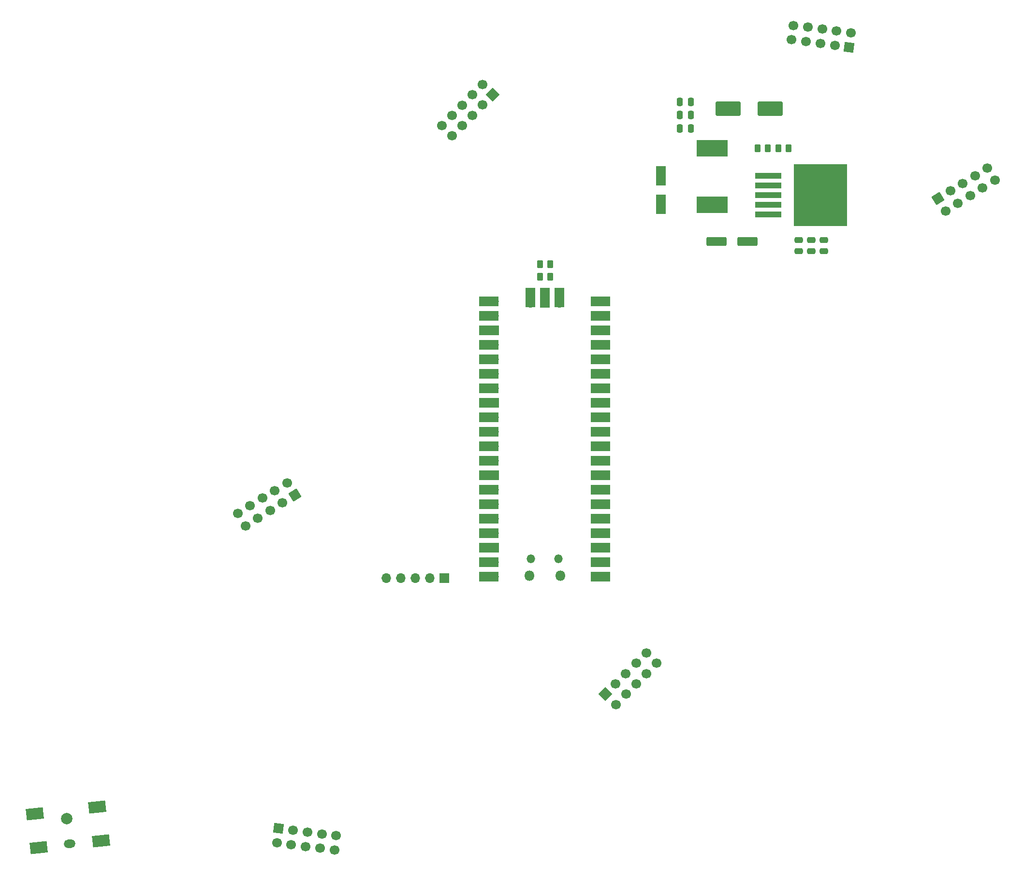
<source format=gbr>
%TF.GenerationSoftware,KiCad,Pcbnew,(6.0.1)*%
%TF.CreationDate,2022-03-23T16:25:01+01:00*%
%TF.ProjectId,pcb_v1,7063625f-7631-42e6-9b69-6361645f7063,v1*%
%TF.SameCoordinates,Original*%
%TF.FileFunction,Soldermask,Bot*%
%TF.FilePolarity,Negative*%
%FSLAX46Y46*%
G04 Gerber Fmt 4.6, Leading zero omitted, Abs format (unit mm)*
G04 Created by KiCad (PCBNEW (6.0.1)) date 2022-03-23 16:25:01*
%MOMM*%
%LPD*%
G01*
G04 APERTURE LIST*
G04 Aperture macros list*
%AMRoundRect*
0 Rectangle with rounded corners*
0 $1 Rounding radius*
0 $2 $3 $4 $5 $6 $7 $8 $9 X,Y pos of 4 corners*
0 Add a 4 corners polygon primitive as box body*
4,1,4,$2,$3,$4,$5,$6,$7,$8,$9,$2,$3,0*
0 Add four circle primitives for the rounded corners*
1,1,$1+$1,$2,$3*
1,1,$1+$1,$4,$5*
1,1,$1+$1,$6,$7*
1,1,$1+$1,$8,$9*
0 Add four rect primitives between the rounded corners*
20,1,$1+$1,$2,$3,$4,$5,0*
20,1,$1+$1,$4,$5,$6,$7,0*
20,1,$1+$1,$6,$7,$8,$9,0*
20,1,$1+$1,$8,$9,$2,$3,0*%
%AMHorizOval*
0 Thick line with rounded ends*
0 $1 width*
0 $2 $3 position (X,Y) of the first rounded end (center of the circle)*
0 $4 $5 position (X,Y) of the second rounded end (center of the circle)*
0 Add line between two ends*
20,1,$1,$2,$3,$4,$5,0*
0 Add two circle primitives to create the rounded ends*
1,1,$1,$2,$3*
1,1,$1,$4,$5*%
%AMRotRect*
0 Rectangle, with rotation*
0 The origin of the aperture is its center*
0 $1 length*
0 $2 width*
0 $3 Rotation angle, in degrees counterclockwise*
0 Add horizontal line*
21,1,$1,$2,0,0,$3*%
G04 Aperture macros list end*
%ADD10RoundRect,0.250000X0.262500X0.450000X-0.262500X0.450000X-0.262500X-0.450000X0.262500X-0.450000X0*%
%ADD11R,1.700000X1.700000*%
%ADD12O,1.700000X1.700000*%
%ADD13HorizOval,1.500000X0.248490X0.027434X-0.248490X-0.027434X0*%
%ADD14C,2.000000*%
%ADD15RotRect,3.000000X2.000000X6.300000*%
%ADD16RoundRect,0.250000X0.250000X0.475000X-0.250000X0.475000X-0.250000X-0.475000X0.250000X-0.475000X0*%
%ADD17RotRect,1.700000X1.700000X262.800000*%
%ADD18HorizOval,1.700000X0.000000X0.000000X0.000000X0.000000X0*%
%ADD19R,1.800000X3.500000*%
%ADD20RoundRect,0.250000X0.475000X-0.250000X0.475000X0.250000X-0.475000X0.250000X-0.475000X-0.250000X0*%
%ADD21RotRect,1.700000X1.700000X121.800000*%
%ADD22HorizOval,1.700000X0.000000X0.000000X0.000000X0.000000X0*%
%ADD23R,5.400000X2.900000*%
%ADD24RotRect,1.700000X1.700000X82.800000*%
%ADD25HorizOval,1.700000X0.000000X0.000000X0.000000X0.000000X0*%
%ADD26R,4.600000X1.100000*%
%ADD27R,9.400000X10.800000*%
%ADD28RotRect,1.700000X1.700000X135.300000*%
%ADD29HorizOval,1.700000X0.000000X0.000000X0.000000X0.000000X0*%
%ADD30R,1.700000X3.500000*%
%ADD31R,3.500000X1.700000*%
%ADD32O,1.500000X1.500000*%
%ADD33O,1.800000X1.800000*%
%ADD34RoundRect,0.250000X1.500000X0.550000X-1.500000X0.550000X-1.500000X-0.550000X1.500000X-0.550000X0*%
%ADD35RotRect,1.700000X1.700000X301.800000*%
%ADD36HorizOval,1.700000X0.000000X0.000000X0.000000X0.000000X0*%
%ADD37RotRect,1.700000X1.700000X315.300000*%
%ADD38HorizOval,1.700000X0.000000X0.000000X0.000000X0.000000X0*%
%ADD39RoundRect,0.250000X-1.950000X-1.000000X1.950000X-1.000000X1.950000X1.000000X-1.950000X1.000000X0*%
G04 APERTURE END LIST*
D10*
%TO.C,R1*%
X195422500Y-52870000D03*
X193597500Y-52870000D03*
%TD*%
%TO.C,R4*%
X157312500Y-73230000D03*
X155487500Y-73230000D03*
%TD*%
D11*
%TO.C,J8*%
X138750000Y-128220000D03*
D12*
X136210000Y-128220000D03*
X133670000Y-128220000D03*
X131130000Y-128220000D03*
X128590000Y-128220000D03*
%TD*%
D10*
%TO.C,R3*%
X157312500Y-75360000D03*
X155487500Y-75360000D03*
%TD*%
D13*
%TO.C,J7*%
X73136903Y-174796413D03*
D14*
X72654072Y-170422985D03*
D15*
X78614661Y-174292270D03*
X77956255Y-168328504D03*
X67022685Y-169535582D03*
X67681091Y-175499348D03*
%TD*%
D10*
%TO.C,R2*%
X199072500Y-52860000D03*
X197247500Y-52860000D03*
%TD*%
D16*
%TO.C,C22*%
X181930000Y-44720000D03*
X180030000Y-44720000D03*
%TD*%
D17*
%TO.C,J2*%
X109748404Y-172103336D03*
D18*
X109430058Y-174623307D03*
X112268375Y-172421682D03*
X111950029Y-174941654D03*
X114788347Y-172740029D03*
X114470000Y-175260000D03*
X117308318Y-173058375D03*
X116989972Y-175578347D03*
X119828289Y-173376722D03*
X119509943Y-175896693D03*
%TD*%
D19*
%TO.C,D17*%
X176680000Y-62690000D03*
X176680000Y-57690000D03*
%TD*%
D20*
%TO.C,C19*%
X200800000Y-70890000D03*
X200800000Y-68990000D03*
%TD*%
D21*
%TO.C,J1*%
X112555923Y-113691792D03*
D22*
X111217455Y-111533065D03*
X110397196Y-115030260D03*
X109058728Y-112871532D03*
X108238468Y-116368727D03*
X106900000Y-114210000D03*
X106079741Y-117707195D03*
X104741273Y-115548468D03*
X103921013Y-119045663D03*
X102582546Y-116886935D03*
%TD*%
D16*
%TO.C,C24*%
X181920000Y-49440000D03*
X180020000Y-49440000D03*
%TD*%
D23*
%TO.C,L1*%
X185660000Y-62780000D03*
X185660000Y-52880000D03*
%TD*%
D16*
%TO.C,C23*%
X181930000Y-47060000D03*
X180030000Y-47060000D03*
%TD*%
D24*
%TO.C,J5*%
X209651596Y-35136664D03*
D25*
X209969942Y-32616693D03*
X207131625Y-34818318D03*
X207449971Y-32298346D03*
X204611653Y-34499971D03*
X204930000Y-31980000D03*
X202091682Y-34181625D03*
X202410028Y-31661653D03*
X199571711Y-33863278D03*
X199890057Y-31343307D03*
%TD*%
D20*
%TO.C,C17*%
X205230000Y-70870000D03*
X205230000Y-68970000D03*
%TD*%
D26*
%TO.C,U2*%
X195455000Y-64500000D03*
X195455000Y-62800000D03*
X195455000Y-61100000D03*
D27*
X204605000Y-61100000D03*
D26*
X195455000Y-59400000D03*
X195455000Y-57700000D03*
%TD*%
D28*
%TO.C,J6*%
X147258676Y-43485761D03*
D29*
X145453245Y-41699138D03*
X145472053Y-45291192D03*
X143666623Y-43504569D03*
X143685431Y-47096622D03*
X141880000Y-45310000D03*
X141898808Y-48902053D03*
X140093378Y-47115430D03*
X140112186Y-50707484D03*
X138306755Y-48920861D03*
%TD*%
D30*
%TO.C,U1*%
X158890000Y-79035000D03*
D12*
X158890000Y-79935000D03*
D30*
X156350000Y-79035000D03*
D11*
X156350000Y-79935000D03*
D30*
X153810000Y-79035000D03*
D12*
X153810000Y-79935000D03*
D31*
X166140000Y-127965000D03*
D12*
X165240000Y-127965000D03*
D31*
X166140000Y-125425000D03*
D12*
X165240000Y-125425000D03*
D31*
X166140000Y-122885000D03*
D11*
X165240000Y-122885000D03*
D12*
X165240000Y-120345000D03*
D31*
X166140000Y-120345000D03*
X166140000Y-117805000D03*
D12*
X165240000Y-117805000D03*
X165240000Y-115265000D03*
D31*
X166140000Y-115265000D03*
D12*
X165240000Y-112725000D03*
D31*
X166140000Y-112725000D03*
X166140000Y-110185000D03*
D11*
X165240000Y-110185000D03*
D31*
X166140000Y-107645000D03*
D12*
X165240000Y-107645000D03*
D31*
X166140000Y-105105000D03*
D12*
X165240000Y-105105000D03*
D31*
X166140000Y-102565000D03*
D12*
X165240000Y-102565000D03*
D31*
X166140000Y-100025000D03*
D12*
X165240000Y-100025000D03*
D11*
X165240000Y-97485000D03*
D31*
X166140000Y-97485000D03*
X166140000Y-94945000D03*
D12*
X165240000Y-94945000D03*
X165240000Y-92405000D03*
D31*
X166140000Y-92405000D03*
D12*
X165240000Y-89865000D03*
D31*
X166140000Y-89865000D03*
X166140000Y-87325000D03*
D12*
X165240000Y-87325000D03*
D31*
X166140000Y-84785000D03*
D11*
X165240000Y-84785000D03*
D12*
X165240000Y-82245000D03*
D31*
X166140000Y-82245000D03*
X166140000Y-79705000D03*
D12*
X165240000Y-79705000D03*
X147460000Y-79705000D03*
D31*
X146560000Y-79705000D03*
X146560000Y-82245000D03*
D12*
X147460000Y-82245000D03*
D31*
X146560000Y-84785000D03*
D11*
X147460000Y-84785000D03*
D31*
X146560000Y-87325000D03*
D12*
X147460000Y-87325000D03*
D31*
X146560000Y-89865000D03*
D12*
X147460000Y-89865000D03*
D31*
X146560000Y-92405000D03*
D12*
X147460000Y-92405000D03*
X147460000Y-94945000D03*
D31*
X146560000Y-94945000D03*
X146560000Y-97485000D03*
D11*
X147460000Y-97485000D03*
D31*
X146560000Y-100025000D03*
D12*
X147460000Y-100025000D03*
D31*
X146560000Y-102565000D03*
D12*
X147460000Y-102565000D03*
X147460000Y-105105000D03*
D31*
X146560000Y-105105000D03*
X146560000Y-107645000D03*
D12*
X147460000Y-107645000D03*
D11*
X147460000Y-110185000D03*
D31*
X146560000Y-110185000D03*
X146560000Y-112725000D03*
D12*
X147460000Y-112725000D03*
X147460000Y-115265000D03*
D31*
X146560000Y-115265000D03*
D12*
X147460000Y-117805000D03*
D31*
X146560000Y-117805000D03*
D12*
X147460000Y-120345000D03*
D31*
X146560000Y-120345000D03*
D11*
X147460000Y-122885000D03*
D31*
X146560000Y-122885000D03*
D12*
X147460000Y-125425000D03*
D31*
X146560000Y-125425000D03*
X146560000Y-127965000D03*
D12*
X147460000Y-127965000D03*
D32*
X158775000Y-124805000D03*
D33*
X153625000Y-127835000D03*
X159075000Y-127835000D03*
D32*
X153925000Y-124805000D03*
%TD*%
D34*
%TO.C,C20*%
X191850000Y-69210000D03*
X186450000Y-69210000D03*
%TD*%
D35*
%TO.C,J4*%
X225214077Y-61688208D03*
D36*
X226552545Y-63846935D03*
X227372804Y-60349740D03*
X228711272Y-62508468D03*
X229531532Y-59011273D03*
X230870000Y-61170000D03*
X231690259Y-57672805D03*
X233028727Y-59831532D03*
X233848987Y-56334337D03*
X235187454Y-58493065D03*
%TD*%
D37*
%TO.C,J3*%
X166971324Y-148584239D03*
D38*
X168776755Y-150370862D03*
X168757947Y-146778808D03*
X170563377Y-148565431D03*
X170544569Y-144973378D03*
X172350000Y-146760000D03*
X172331192Y-143167947D03*
X174136622Y-144954570D03*
X174117814Y-141362516D03*
X175923245Y-143149139D03*
%TD*%
D39*
%TO.C,C21*%
X188460000Y-45890000D03*
X195860000Y-45890000D03*
%TD*%
D20*
%TO.C,C18*%
X203010000Y-70870000D03*
X203010000Y-68970000D03*
%TD*%
M02*

</source>
